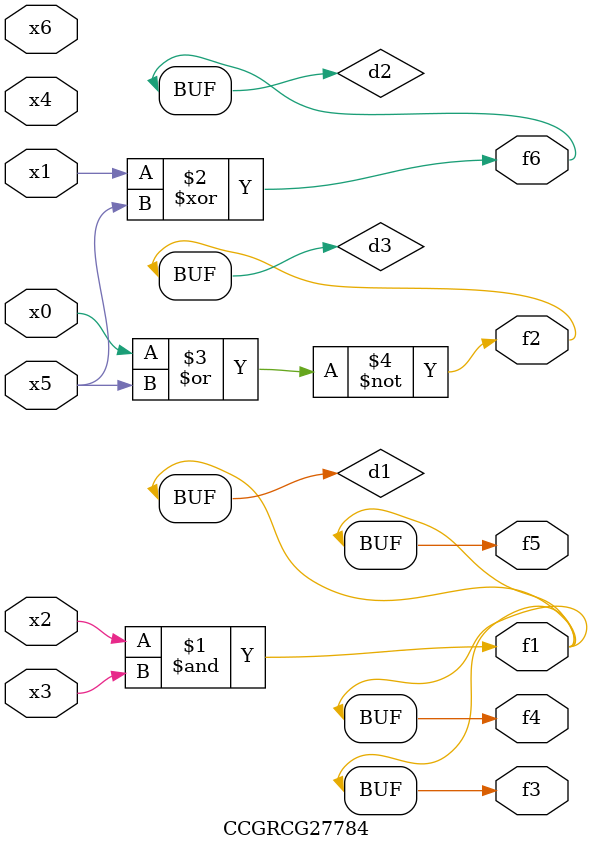
<source format=v>
module CCGRCG27784(
	input x0, x1, x2, x3, x4, x5, x6,
	output f1, f2, f3, f4, f5, f6
);

	wire d1, d2, d3;

	and (d1, x2, x3);
	xor (d2, x1, x5);
	nor (d3, x0, x5);
	assign f1 = d1;
	assign f2 = d3;
	assign f3 = d1;
	assign f4 = d1;
	assign f5 = d1;
	assign f6 = d2;
endmodule

</source>
